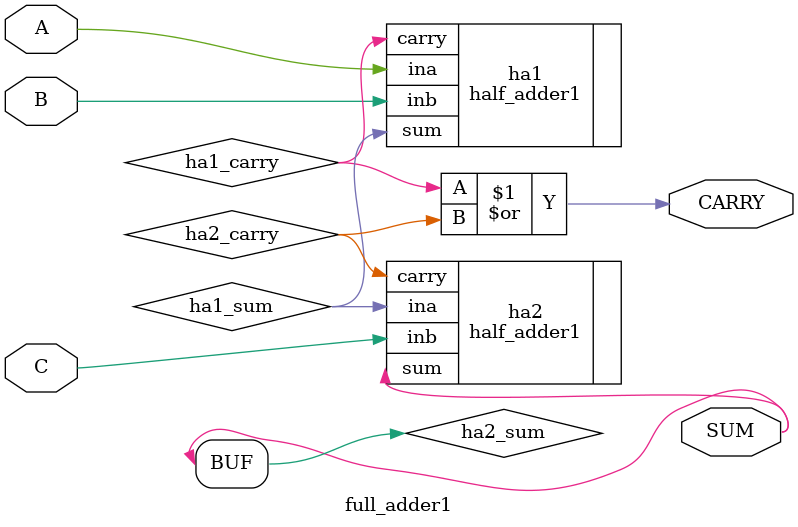
<source format=v>
`timescale 1ns / 1ps


module full_adder1(
    input A,
    input B,
    input C,
    output SUM,
    output CARRY
    );
    wire ha1_sum,ha1_carry,ha2_carry,ha2_sum;
    half_adder1 ha1(.ina(A), .inb(B), .sum(ha1_sum), .carry(ha1_carry) );
    half_adder1 ha2(.ina(ha1_sum), .inb(C), .sum(SUM), .carry(ha2_carry));
    assign SUM = ha2_sum;
    assign CARRY = ha1_carry | ha2_carry;
endmodule

</source>
